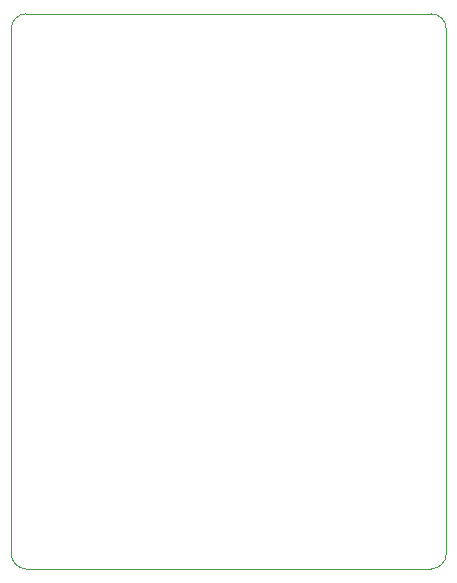
<source format=gbr>
%TF.GenerationSoftware,KiCad,Pcbnew,5.1.9-73d0e3b20d~88~ubuntu20.04.1*%
%TF.CreationDate,2021-02-11T17:45:22+05:30*%
%TF.ProjectId,Design your own Circuit Boards using Kicad Part 1 (FREE software),44657369-676e-4207-996f-7572206f776e,rev?*%
%TF.SameCoordinates,Original*%
%TF.FileFunction,Profile,NP*%
%FSLAX46Y46*%
G04 Gerber Fmt 4.6, Leading zero omitted, Abs format (unit mm)*
G04 Created by KiCad (PCBNEW 5.1.9-73d0e3b20d~88~ubuntu20.04.1) date 2021-02-11 17:45:22*
%MOMM*%
%LPD*%
G01*
G04 APERTURE LIST*
%TA.AperFunction,Profile*%
%ADD10C,0.050000*%
%TD*%
G04 APERTURE END LIST*
D10*
X48260000Y-76200000D02*
X82550000Y-76200000D01*
X46990000Y-121920000D02*
X46990000Y-77470000D01*
X82550000Y-123190000D02*
X48260000Y-123190000D01*
X83820000Y-77470000D02*
X83820000Y-121920000D01*
X83820000Y-121920000D02*
G75*
G02*
X82550000Y-123190000I-1270000J0D01*
G01*
X48260000Y-123190000D02*
G75*
G02*
X46990000Y-121920000I0J1270000D01*
G01*
X46990000Y-77470000D02*
G75*
G02*
X48260000Y-76200000I1270000J0D01*
G01*
X82550000Y-76200000D02*
G75*
G02*
X83820000Y-77470000I0J-1270000D01*
G01*
M02*

</source>
